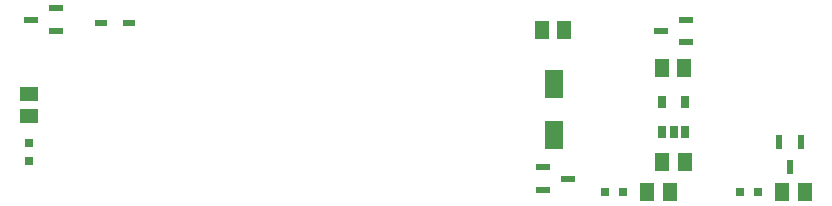
<source format=gtp>
G04 EAGLE Gerber RS-274X export*
G75*
%MOMM*%
%FSLAX34Y34*%
%LPD*%
%INTop Paste*%
%IPPOS*%
%AMOC8*
5,1,8,0,0,1.08239X$1,22.5*%
G01*
%ADD10R,1.550000X2.350000*%
%ADD11R,0.800000X0.800000*%
%ADD12R,1.300000X1.500000*%
%ADD13R,1.500000X1.300000*%
%ADD14R,0.690000X0.990000*%
%ADD15R,1.125000X0.500000*%
%ADD16R,1.250000X0.600000*%
%ADD17R,0.600000X1.250000*%


D10*
X469900Y110400D03*
X469900Y67400D03*
D11*
X25400Y45840D03*
X25400Y60840D03*
D12*
X561365Y123825D03*
X580365Y123825D03*
D13*
X25400Y83210D03*
X25400Y102210D03*
D11*
X513200Y19050D03*
X528200Y19050D03*
X627500Y19050D03*
X642500Y19050D03*
D12*
X682600Y19050D03*
X663600Y19050D03*
X568300Y19050D03*
X549300Y19050D03*
D14*
X562000Y69650D03*
X571500Y69650D03*
X581000Y69650D03*
X581000Y95550D03*
X562000Y95550D03*
D12*
X478765Y156210D03*
X459765Y156210D03*
X562000Y44450D03*
X581000Y44450D03*
D15*
X110045Y161925D03*
X86805Y161925D03*
D16*
X460670Y40030D03*
X460670Y20930D03*
X481670Y30480D03*
D17*
X679475Y61300D03*
X660375Y61300D03*
X669925Y40300D03*
D16*
X48600Y155550D03*
X48600Y174650D03*
X27600Y165100D03*
X582000Y146025D03*
X582000Y165125D03*
X561000Y155575D03*
M02*

</source>
